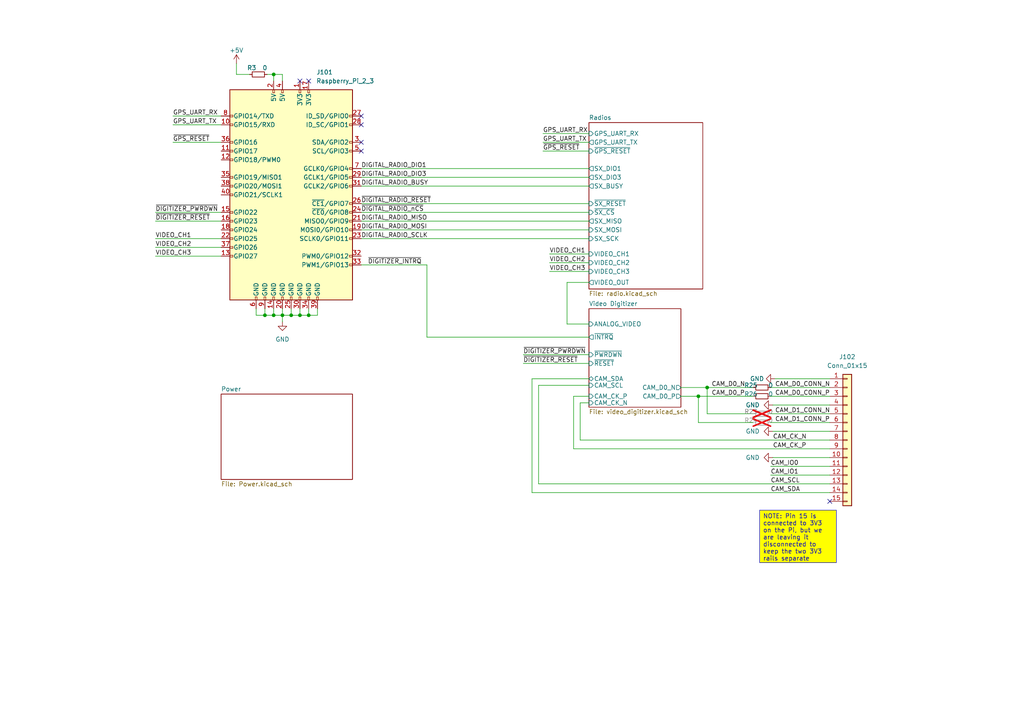
<source format=kicad_sch>
(kicad_sch (version 20230121) (generator eeschema)
  (paper "A4")
  (lib_symbols
    (symbol "Connector:Raspberry_Pi_2_3" (pin_names (offset 1.016))
      (property "Reference" "J" (at -17.78 31.75 0))
      (property "Value" "Raspberry_Pi_2_3" (at 10.16 -31.75 0))
      (symbol "Raspberry_Pi_2_3_0_1"
        (rectangle (start -17.78 30.48) (end 17.78 -30.48) (stroke (width 0.254)) (fill (type background)))
      )
      (symbol "Raspberry_Pi_2_3_1_1"
        (rectangle (start -16.891 -17.526) (end -17.78 -18.034))
        (rectangle (start -16.891 -14.986) (end -17.78 -15.494))
        (rectangle (start -16.891 -12.446) (end -17.78 -12.954))
        (rectangle (start -16.891 -9.906) (end -17.78 -10.414))
        (rectangle (start -16.891 -7.366) (end -17.78 -7.874))
        (rectangle (start -16.891 -4.826) (end -17.78 -5.334))
        (rectangle (start -16.891 0.254) (end -17.78 -0.254))
        (rectangle (start -16.891 2.794) (end -17.78 2.286))
        (rectangle (start -16.891 5.334) (end -17.78 4.826))
        (rectangle (start -16.891 10.414) (end -17.78 9.906))
        (rectangle (start -16.891 12.954) (end -17.78 12.446))
        (rectangle (start -16.891 15.494) (end -17.78 14.986))
        (rectangle (start -16.891 20.574) (end -17.78 20.066))
        (rectangle (start -16.891 23.114) (end -17.78 22.606))
        (rectangle (start -10.414 -29.591) (end -9.906 -30.48))
        (rectangle (start -7.874 -29.591) (end -7.366 -30.48))
        (rectangle (start -5.334 -29.591) (end -4.826 -30.48))
        (rectangle (start -5.334 30.48) (end -4.826 29.591))
        (rectangle (start -2.794 -29.591) (end -2.286 -30.48))
        (rectangle (start -2.794 30.48) (end -2.286 29.591))
        (rectangle (start -0.254 -29.591) (end 0.254 -30.48))
        (rectangle (start 2.286 -29.591) (end 2.794 -30.48))
        (rectangle (start 2.286 30.48) (end 2.794 29.591))
        (rectangle (start 4.826 -29.591) (end 5.334 -30.48))
        (rectangle (start 4.826 30.48) (end 5.334 29.591))
        (rectangle (start 7.366 -29.591) (end 7.874 -30.48))
        (rectangle (start 17.78 -20.066) (end 16.891 -20.574))
        (rectangle (start 17.78 -17.526) (end 16.891 -18.034))
        (rectangle (start 17.78 -12.446) (end 16.891 -12.954))
        (rectangle (start 17.78 -9.906) (end 16.891 -10.414))
        (rectangle (start 17.78 -7.366) (end 16.891 -7.874))
        (rectangle (start 17.78 -4.826) (end 16.891 -5.334))
        (rectangle (start 17.78 -2.286) (end 16.891 -2.794))
        (rectangle (start 17.78 2.794) (end 16.891 2.286))
        (rectangle (start 17.78 5.334) (end 16.891 4.826))
        (rectangle (start 17.78 7.874) (end 16.891 7.366))
        (rectangle (start 17.78 12.954) (end 16.891 12.446))
        (rectangle (start 17.78 15.494) (end 16.891 14.986))
        (rectangle (start 17.78 20.574) (end 16.891 20.066))
        (rectangle (start 17.78 23.114) (end 16.891 22.606))
        (pin power_in line (at 2.54 33.02 270) (length 2.54) (name "3V3") (number "1"))
        (pin bidirectional line (at -20.32 20.32 0) (length 2.54) (name "GPIO15/RXD") (number "10"))
        (pin bidirectional line (at -20.32 12.7 0) (length 2.54) (name "GPIO17") (number "11"))
        (pin bidirectional line (at -20.32 10.16 0) (length 2.54) (name "GPIO18/PWM0") (number "12"))
        (pin bidirectional line (at -20.32 -17.78 0) (length 2.54) (name "GPIO27") (number "13"))
        (pin power_in line (at -5.08 -33.02 90) (length 2.54) (name "GND") (number "14"))
        (pin bidirectional line (at -20.32 -5.08 0) (length 2.54) (name "GPIO22") (number "15"))
        (pin bidirectional line (at -20.32 -7.62 0) (length 2.54) (name "GPIO23") (number "16"))
        (pin power_in line (at 5.08 33.02 270) (length 2.54) (name "3V3") (number "17"))
        (pin bidirectional line (at -20.32 -10.16 0) (length 2.54) (name "GPIO24") (number "18"))
        (pin bidirectional line (at 20.32 -10.16 180) (length 2.54) (name "MOSI0/GPIO10") (number "19"))
        (pin power_in line (at -5.08 33.02 270) (length 2.54) (name "5V") (number "2"))
        (pin power_in line (at -2.54 -33.02 90) (length 2.54) (name "GND") (number "20"))
        (pin bidirectional line (at 20.32 -7.62 180) (length 2.54) (name "MISO0/GPIO9") (number "21"))
        (pin bidirectional line (at -20.32 -12.7 0) (length 2.54) (name "GPIO25") (number "22"))
        (pin bidirectional line (at 20.32 -12.7 180) (length 2.54) (name "SCLK0/GPIO11") (number "23"))
        (pin bidirectional line (at 20.32 -5.08 180) (length 2.54) (name "~{CE0}/GPIO8") (number "24"))
        (pin power_in line (at 0 -33.02 90) (length 2.54) (name "GND") (number "25"))
        (pin bidirectional line (at 20.32 -2.54 180) (length 2.54) (name "~{CE1}/GPIO7") (number "26"))
        (pin bidirectional line (at 20.32 22.86 180) (length 2.54) (name "ID_SD/GPIO0") (number "27"))
        (pin bidirectional line (at 20.32 20.32 180) (length 2.54) (name "ID_SC/GPIO1") (number "28"))
        (pin bidirectional line (at 20.32 5.08 180) (length 2.54) (name "GCLK1/GPIO5") (number "29"))
        (pin bidirectional line (at 20.32 15.24 180) (length 2.54) (name "SDA/GPIO2") (number "3"))
        (pin power_in line (at 2.54 -33.02 90) (length 2.54) (name "GND") (number "30"))
        (pin bidirectional line (at 20.32 2.54 180) (length 2.54) (name "GCLK2/GPIO6") (number "31"))
        (pin bidirectional line (at 20.32 -17.78 180) (length 2.54) (name "PWM0/GPIO12") (number "32"))
        (pin bidirectional line (at 20.32 -20.32 180) (length 2.54) (name "PWM1/GPIO13") (number "33"))
        (pin power_in line (at 5.08 -33.02 90) (length 2.54) (name "GND") (number "34"))
        (pin bidirectional line (at -20.32 5.08 0) (length 2.54) (name "GPIO19/MISO1") (number "35"))
        (pin bidirectional line (at -20.32 15.24 0) (length 2.54) (name "GPIO16") (number "36"))
        (pin bidirectional line (at -20.32 -15.24 0) (length 2.54) (name "GPIO26") (number "37"))
        (pin bidirectional line (at -20.32 2.54 0) (length 2.54) (name "GPIO20/MOSI1") (number "38"))
        (pin power_in line (at 7.62 -33.02 90) (length 2.54) (name "GND") (number "39"))
        (pin power_in line (at -2.54 33.02 270) (length 2.54) (name "5V") (number "4"))
        (pin bidirectional line (at -20.32 0 0) (length 2.54) (name "GPIO21/SCLK1") (number "40"))
        (pin bidirectional line (at 20.32 12.7 180) (length 2.54) (name "SCL/GPIO3") (number "5"))
        (pin power_in line (at -10.16 -33.02 90) (length 2.54) (name "GND") (number "6"))
        (pin bidirectional line (at 20.32 7.62 180) (length 2.54) (name "GCLK0/GPIO4") (number "7"))
        (pin bidirectional line (at -20.32 22.86 0) (length 2.54) (name "GPIO14/TXD") (number "8"))
        (pin power_in line (at -7.62 -33.02 90) (length 2.54) (name "GND") (number "9"))
      )
    )
    (symbol "Connector_Generic:Conn_01x15" (pin_names (offset 1.016) hide)
      (property "Reference" "J" (at 0 20.32 0))
      (property "Value" "Conn_01x15" (at 0 -20.32 0))
      (symbol "Conn_01x15_1_1"
        (rectangle (start -1.27 -17.653) (end 0 -17.907) (stroke (width 0.1524)))
        (rectangle (start -1.27 -15.113) (end 0 -15.367) (stroke (width 0.1524)))
        (rectangle (start -1.27 -12.573) (end 0 -12.827) (stroke (width 0.1524)))
        (rectangle (start -1.27 -10.033) (end 0 -10.287) (stroke (width 0.1524)))
        (rectangle (start -1.27 -7.493) (end 0 -7.747) (stroke (width 0.1524)))
        (rectangle (start -1.27 -4.953) (end 0 -5.207) (stroke (width 0.1524)))
        (rectangle (start -1.27 -2.413) (end 0 -2.667) (stroke (width 0.1524)))
        (rectangle (start -1.27 0.127) (end 0 -0.127) (stroke (width 0.1524)))
        (rectangle (start -1.27 2.667) (end 0 2.413) (stroke (width 0.1524)))
        (rectangle (start -1.27 5.207) (end 0 4.953) (stroke (width 0.1524)))
        (rectangle (start -1.27 7.747) (end 0 7.493) (stroke (width 0.1524)))
        (rectangle (start -1.27 10.287) (end 0 10.033) (stroke (width 0.1524)))
        (rectangle (start -1.27 12.827) (end 0 12.573) (stroke (width 0.1524)))
        (rectangle (start -1.27 15.367) (end 0 15.113) (stroke (width 0.1524)))
        (rectangle (start -1.27 17.907) (end 0 17.653) (stroke (width 0.1524)))
        (rectangle (start -1.27 19.05) (end 1.27 -19.05) (stroke (width 0.254)) (fill (type background)))
        (pin passive line (at -5.08 17.78 0) (length 3.81) (name "Pin_1") (number "1"))
        (pin passive line (at -5.08 -5.08 0) (length 3.81) (name "Pin_10") (number "10"))
        (pin passive line (at -5.08 -7.62 0) (length 3.81) (name "Pin_11") (number "11"))
        (pin passive line (at -5.08 -10.16 0) (length 3.81) (name "Pin_12") (number "12"))
        (pin passive line (at -5.08 -12.7 0) (length 3.81) (name "Pin_13") (number "13"))
        (pin passive line (at -5.08 -15.24 0) (length 3.81) (name "Pin_14") (number "14"))
        (pin passive line (at -5.08 -17.78 0) (length 3.81) (name "Pin_15") (number "15"))
        (pin passive line (at -5.08 15.24 0) (length 3.81) (name "Pin_2") (number "2"))
        (pin passive line (at -5.08 12.7 0) (length 3.81) (name "Pin_3") (number "3"))
        (pin passive line (at -5.08 10.16 0) (length 3.81) (name "Pin_4") (number "4"))
        (pin passive line (at -5.08 7.62 0) (length 3.81) (name "Pin_5") (number "5"))
        (pin passive line (at -5.08 5.08 0) (length 3.81) (name "Pin_6") (number "6"))
        (pin passive line (at -5.08 2.54 0) (length 3.81) (name "Pin_7") (number "7"))
        (pin passive line (at -5.08 0 0) (length 3.81) (name "Pin_8") (number "8"))
        (pin passive line (at -5.08 -2.54 0) (length 3.81) (name "Pin_9") (number "9"))
      )
    )
    (symbol "Device:R_Small" (pin_numbers hide) (pin_names (offset 0.254) hide)
      (property "Reference" "R" (at 0.762 0.508 0))
      (property "Value" "R_Small" (at 0.762 -1.016 0))
      (symbol "R_Small_0_1"
        (rectangle (start -0.762 1.778) (end 0.762 -1.778) (stroke (width 0.2032)))
      )
      (symbol "R_Small_1_1"
        (pin passive line (at 0 2.54 270) (length 0.762) (name "~") (number "1"))
        (pin passive line (at 0 -2.54 90) (length 0.762) (name "~") (number "2"))
      )
    )
    (symbol "power:+5V" (power) (pin_names (offset 0))
      (property "Value" "+5V" (at 0 3.556 0))
      (symbol "+5V_0_1"
        (polyline (pts (xy -0.762 1.27) (xy 0 2.54)))
        (polyline (pts (xy 0 0) (xy 0 2.54)))
        (polyline (pts (xy 0 2.54) (xy 0.762 1.27)))
      )
      (symbol "+5V_1_1"
        (pin power_in line (at 0 0 90) (length 0) hide (name "+5V") (number "1"))
      )
    )
    (symbol "power:GND" (power) (pin_names (offset 0))
      (property "Value" "GND" (at 0 -3.81 0))
      (symbol "GND_0_1"
        (polyline (pts (xy 0 0) (xy 0 -1.27) (xy 1.27 -1.27) (xy 0 -2.54) (xy -1.27 -1.27) (xy 0 -1.27)))
      )
      (symbol "GND_1_1"
        (pin power_in line (at 0 0 270) (length 0) hide (name "GND") (number "1"))
      )
    )
  )
  (junction (at 79.375 91.44))
  (junction (at 205.105 112.395))
  (junction (at 202.565 114.935))
  (junction (at 84.455 91.44))
  (junction (at 79.375 21.59))
  (junction (at 81.915 91.44))
  (junction (at 76.835 91.44))
  (junction (at 89.535 91.44))
  (junction (at 86.995 91.44))
  (no_connect (at 104.775 43.815))
  (no_connect (at 89.535 23.495))
  (no_connect (at 104.775 41.275))
  (no_connect (at 86.995 23.495))
  (no_connect (at 240.665 145.415))
  (no_connect (at 104.775 33.655))
  (no_connect (at 104.775 36.195))
  (wire (pts (xy 86.995 91.44) (xy 84.455 91.44)))
  (wire (pts (xy 223.52 135.255) (xy 240.665 135.255)))
  (wire (pts (xy 79.375 21.59) (xy 77.47 21.59)))
  (wire (pts (xy 240.665 117.475) (xy 224.155 117.475)))
  (wire (pts (xy 45.085 64.135) (xy 64.135 64.135)))
  (wire (pts (xy 45.085 74.295) (xy 64.135 74.295)))
  (wire (pts (xy 76.835 89.535) (xy 76.835 91.44)))
  (wire (pts (xy 92.075 89.535) (xy 92.075 91.44)))
  (wire (pts (xy 104.775 51.435) (xy 170.815 51.435)))
  (wire (pts (xy 223.52 114.935) (xy 240.665 114.935)))
  (wire (pts (xy 45.085 69.215) (xy 64.135 69.215)))
  (wire (pts (xy 240.665 122.555) (xy 223.52 122.555)))
  (wire (pts (xy 104.775 59.055) (xy 170.815 59.055)))
  (wire (pts (xy 205.105 112.395) (xy 218.44 112.395)))
  (wire (pts (xy 166.37 130.175) (xy 240.665 130.175)))
  (wire (pts (xy 79.375 91.44) (xy 81.915 91.44)))
  (wire (pts (xy 104.775 61.595) (xy 170.815 61.595)))
  (wire (pts (xy 50.165 41.275) (xy 64.135 41.275)))
  (wire (pts (xy 157.48 38.735) (xy 170.815 38.735)))
  (wire (pts (xy 123.825 97.79) (xy 123.825 76.835)))
  (wire (pts (xy 197.485 112.395) (xy 205.105 112.395)))
  (wire (pts (xy 92.075 91.44) (xy 89.535 91.44)))
  (wire (pts (xy 81.915 91.44) (xy 81.915 93.345)))
  (wire (pts (xy 81.915 89.535) (xy 81.915 91.44)))
  (wire (pts (xy 159.385 78.74) (xy 170.815 78.74)))
  (wire (pts (xy 170.815 111.76) (xy 156.21 111.76)))
  (wire (pts (xy 164.465 93.98) (xy 170.815 93.98)))
  (wire (pts (xy 205.105 120.015) (xy 218.44 120.015)))
  (wire (pts (xy 79.375 23.495) (xy 79.375 21.59)))
  (wire (pts (xy 45.085 71.755) (xy 64.135 71.755)))
  (wire (pts (xy 45.085 61.595) (xy 64.135 61.595)))
  (wire (pts (xy 104.775 53.975) (xy 170.815 53.975)))
  (wire (pts (xy 202.565 114.935) (xy 218.44 114.935)))
  (wire (pts (xy 240.665 132.715) (xy 224.155 132.715)))
  (wire (pts (xy 202.565 122.555) (xy 218.44 122.555)))
  (wire (pts (xy 76.835 91.44) (xy 79.375 91.44)))
  (wire (pts (xy 223.52 137.795) (xy 240.665 137.795)))
  (wire (pts (xy 79.375 89.535) (xy 79.375 91.44)))
  (wire (pts (xy 240.665 120.015) (xy 223.52 120.015)))
  (wire (pts (xy 157.48 43.815) (xy 170.815 43.815)))
  (wire (pts (xy 197.485 114.935) (xy 202.565 114.935)))
  (wire (pts (xy 170.815 114.935) (xy 166.37 114.935)))
  (wire (pts (xy 84.455 89.535) (xy 84.455 91.44)))
  (wire (pts (xy 74.295 91.44) (xy 76.835 91.44)))
  (wire (pts (xy 224.79 109.855) (xy 240.665 109.855)))
  (wire (pts (xy 151.765 105.41) (xy 170.815 105.41)))
  (wire (pts (xy 84.455 91.44) (xy 81.915 91.44)))
  (wire (pts (xy 159.385 76.2) (xy 170.815 76.2)))
  (wire (pts (xy 104.775 66.675) (xy 170.815 66.675)))
  (wire (pts (xy 104.775 76.835) (xy 123.825 76.835)))
  (wire (pts (xy 164.465 81.915) (xy 164.465 93.98)))
  (wire (pts (xy 156.21 111.76) (xy 156.21 140.335)))
  (wire (pts (xy 170.815 109.855) (xy 154.305 109.855)))
  (wire (pts (xy 166.37 114.935) (xy 166.37 130.175)))
  (wire (pts (xy 50.165 33.655) (xy 64.135 33.655)))
  (wire (pts (xy 89.535 91.44) (xy 86.995 91.44)))
  (wire (pts (xy 104.775 64.135) (xy 170.815 64.135)))
  (wire (pts (xy 68.58 21.59) (xy 68.58 18.415)))
  (wire (pts (xy 240.665 125.095) (xy 224.155 125.095)))
  (wire (pts (xy 154.305 142.875) (xy 240.665 142.875)))
  (wire (pts (xy 168.275 116.84) (xy 168.275 127.635)))
  (wire (pts (xy 202.565 122.555) (xy 202.565 114.935)))
  (wire (pts (xy 50.165 36.195) (xy 64.135 36.195)))
  (wire (pts (xy 223.52 112.395) (xy 240.665 112.395)))
  (wire (pts (xy 156.21 140.335) (xy 240.665 140.335)))
  (wire (pts (xy 72.39 21.59) (xy 68.58 21.59)))
  (wire (pts (xy 168.275 127.635) (xy 240.665 127.635)))
  (wire (pts (xy 157.48 41.275) (xy 170.815 41.275)))
  (wire (pts (xy 205.105 120.015) (xy 205.105 112.395)))
  (wire (pts (xy 86.995 89.535) (xy 86.995 91.44)))
  (wire (pts (xy 74.295 89.535) (xy 74.295 91.44)))
  (wire (pts (xy 170.815 81.915) (xy 164.465 81.915)))
  (wire (pts (xy 159.385 73.66) (xy 170.815 73.66)))
  (wire (pts (xy 154.305 109.855) (xy 154.305 142.875)))
  (wire (pts (xy 170.815 116.84) (xy 168.275 116.84)))
  (wire (pts (xy 81.915 21.59) (xy 79.375 21.59)))
  (wire (pts (xy 170.815 97.79) (xy 123.825 97.79)))
  (wire (pts (xy 104.775 48.895) (xy 170.815 48.895)))
  (wire (pts (xy 151.765 102.87) (xy 170.815 102.87)))
  (wire (pts (xy 81.915 23.495) (xy 81.915 21.59)))
  (wire (pts (xy 104.775 69.215) (xy 170.815 69.215)))
  (wire (pts (xy 89.535 89.535) (xy 89.535 91.44)))
  (text_box "NOTE: Pin 15 is connected to 3V3 on the Pi, but we are leaving it disconnected to keep the two 3V3 rails separate" (at 220.345 147.955 0) (size 22.225 15.24) (fill (type color) (color 255 255 0 1)) (effects (font (size 1.27 1.27)) (justify left top)))
  (label "CAM_D0_N" (at 206.375 112.395 0))
  (label "VIDEO_CH3" (at 45.085 74.295 0))
  (label "~{DIGITIZER_PWRDWN}" (at 151.765 102.87 0))
  (label "DIGITAL_RADIO_MOSI" (at 104.775 66.675 0))
  (label "CAM_CK_N" (at 224.155 127.635 0))
  (label "VIDEO_CH2" (at 45.085 71.755 0))
  (label "~{DIGITIZER_RESET}" (at 45.085 64.135 0))
  (label "CAM_D0_CONN_P" (at 224.79 114.935 0))
  (label "GPS_UART_RX" (at 50.165 33.655 0))
  (label "DIGITAL_RADIO_DIO1" (at 104.775 48.895 0))
  (label "VIDEO_CH2" (at 159.385 76.2 0))
  (label "VIDEO_CH3" (at 159.385 78.74 0))
  (label "DIGITAL_RADIO_MISO" (at 104.775 64.135 0))
  (label "VIDEO_CH1" (at 45.085 69.215 0))
  (label "GPS_UART_TX" (at 50.165 36.195 0))
  (label "~{DIGITAL_RADIO_nCS}" (at 104.775 61.595 0))
  (label "CAM_IO0" (at 223.52 135.255 0))
  (label "CAM_IO1" (at 223.52 137.795 0))
  (label "GPS_UART_RX" (at 157.48 38.735 0))
  (label "VIDEO_CH1" (at 159.385 73.66 0))
  (label "DIGITAL_RADIO_SCLK" (at 104.775 69.215 0))
  (label "~{DIGITIZER_PWRDWN}" (at 45.085 61.595 0))
  (label "CAM_D0_CONN_N" (at 224.79 112.395 0))
  (label "CAM_SCL" (at 223.52 140.335 0))
  (label "CAM_D0_P" (at 206.375 114.935 0))
  (label "~{GPS_RESET}" (at 157.48 43.815 0))
  (label "CAM_D1_CONN_N" (at 224.79 120.015 0))
  (label "~{DIGITIZER_INTRQ}" (at 106.68 76.835 0))
  (label "CAM_CK_P" (at 224.155 130.175 0))
  (label "CAM_D1_CONN_P" (at 224.79 122.555 0))
  (label "~{DIGITAL_RADIO_RESET}" (at 104.775 59.055 0))
  (label "DIGITAL_RADIO_BUSY" (at 104.775 53.975 0))
  (label "~{GPS_RESET}" (at 50.165 41.275 0))
  (label "CAM_SDA" (at 223.52 142.875 0))
  (label "~{DIGITIZER_RESET}" (at 151.765 105.41 0))
  (label "GPS_UART_TX" (at 157.48 41.275 0))
  (label "DIGITAL_RADIO_DIO3" (at 104.775 51.435 0))
  (symbol (lib_id "Device:R_Small") (at 220.98 122.555 90) (unit 1) (dnp yes)
    (property "Reference" "R24" (at 217.805 121.92 90))
    (property "Value" "0" (at 223.52 121.92 90))
    (property "Footprint" "Resistor_SMD:R_0402_1005Metric" (effects hide))
  )
  (symbol (lib_id "Device:R_Small") (at 220.98 112.395 90) (unit 1)
    (property "Reference" "R25" (at 217.805 111.76 90))
    (property "Value" "0" (at 223.52 111.76 90))
    (property "Footprint" "Resistor_SMD:R_0402_1005Metric" (effects hide))
  )
  (symbol (lib_id "power:+5V") (at 68.58 18.415 0) (unit 1)
    (property "Reference" "#PWR0102" (effects hide))
    (property "Value" "+5V" (at 68.58 14.605 0))
  )
  (symbol (lib_id "Device:R_Small") (at 220.98 114.935 90) (unit 1)
    (property "Reference" "R26" (at 217.805 114.3 90))
    (property "Value" "0" (at 223.52 114.3 90))
    (property "Footprint" "Resistor_SMD:R_0402_1005Metric" (effects hide))
  )
  (symbol (lib_id "Connector_Generic:Conn_01x15") (at 245.745 127.635 0) (unit 1)
    (property "Reference" "J102" (at 245.745 103.505 0))
    (property "Value" "Conn_01x15" (at 245.745 106.045 0))
    (property "Footprint" "capstone:FFC3A20-15-G" (effects hide))
    (property "Datasheet" "https://gct.co/files/drawings/ffc3a20.pdf" (effects hide))
    (property "Part No." "FFC3A20-15-G" (effects hide))
  )
  (symbol (lib_id "power:GND") (at 81.915 93.345 0) (unit 1)
    (property "Reference" "#PWR0103" (effects hide))
    (property "Value" "GND" (at 81.915 98.425 0))
  )
  (symbol (lib_id "power:GND") (at 224.155 132.715 270) (mirror x) (unit 1)
    (property "Reference" "#PWR0105" (effects hide))
    (property "Value" "GND" (at 220.345 132.715 90) (effects (justify right)))
  )
  (symbol (lib_id "Device:R_Small") (at 74.93 21.59 90) (unit 1)
    (property "Reference" "R3" (at 73.025 19.685 90))
    (property "Value" "0" (at 76.835 19.685 90))
    (property "Footprint" "Resistor_SMD:R_1206_3216Metric" (effects hide))
  )
  (symbol (lib_id "Connector:Raspberry_Pi_2_3") (at 84.455 56.515 0) (unit 1)
    (property "Reference" "J101" (at 91.7291 20.955 0) (effects (justify left)))
    (property "Value" "Raspberry_Pi_2_3" (at 91.7291 23.495 0) (effects (justify left)))
    (property "Footprint" "Connector_PinHeader_2.54mm:PinHeader_2x20_P2.54mm_Vertical" (effects hide))
    (property "Datasheet" "https://www.raspberrypi.org/documentation/hardware/raspberrypi/schematics/rpi_SCH_3bplus_1p0_reduced.pdf" (effects hide))
  )
  (symbol (lib_id "power:GND") (at 224.79 109.855 270) (unit 1)
    (property "Reference" "#PWR0108" (effects hide))
    (property "Value" "GND" (at 221.615 109.855 90) (effects (justify right)))
  )
  (symbol (lib_id "power:GND") (at 224.155 125.095 270) (mirror x) (unit 1)
    (property "Reference" "#PWR0106" (effects hide))
    (property "Value" "GND" (at 220.345 125.095 90) (effects (justify right)))
  )
  (symbol (lib_id "power:GND") (at 224.155 117.475 270) (mirror x) (unit 1)
    (property "Reference" "#PWR0107" (effects hide))
    (property "Value" "GND" (at 220.345 117.475 90) (effects (justify right)))
  )
  (symbol (lib_id "Device:R_Small") (at 220.98 120.015 90) (unit 1) (dnp yes)
    (property "Reference" "R23" (at 217.805 119.38 90))
    (property "Value" "0" (at 223.52 119.38 90))
    (property "Footprint" "Resistor_SMD:R_0402_1005Metric" (effects hide))
  )
  (sheet (at 170.815 89.535) (size 26.67 28.575) (stroke (width 0.1524))
    (property "Sheetname" "Video Digitizer" (at 170.815 88.8234 0) (effects (justify left bottom)))
    (property "Sheetfile" "video_digitizer.kicad_sch" (at 170.815 118.6946 0) (effects (justify left top)))
    (pin "CAM_D0_P" output (at 197.485 114.935 0))
    (pin "CAM_D0_N" output (at 197.485 112.395 0))
    (pin "CAM_CK_P" input (at 170.815 114.935 180))
    (pin "CAM_CK_N" input (at 170.815 116.84 180))
    (pin "CAM_SCL" input (at 170.815 111.76 180))
    (pin "CAM_SDA" bidirectional (at 170.815 109.855 180))
    (pin "ANALOG_VIDEO" input (at 170.815 93.98 180))
    (pin "~{INTRQ}" output (at 170.815 97.79 180))
    (pin "~{PWRDWN}" input (at 170.815 102.87 180))
    (pin "~{RESET}" input (at 170.815 105.41 180))
  )
  (sheet (at 170.815 35.56) (size 33.02 48.26) (stroke (width 0.1524))
    (property "Sheetname" "Radios" (at 170.815 34.8484 0) (effects (justify left bottom)))
    (property "Sheetfile" "radio.kicad_sch" (at 170.815 84.4046 0) (effects (justify left top)))
    (pin "VIDEO_CH1" input (at 170.815 73.66 180))
    (pin "VIDEO_CH3" input (at 170.815 78.74 180))
    (pin "VIDEO_CH2" input (at 170.815 76.2 180))
    (pin "VIDEO_OUT" output (at 170.815 81.915 180))
    (pin "~{GPS_RESET}" input (at 170.815 43.815 180))
    (pin "GPS_UART_RX" input (at 170.815 38.735 180))
    (pin "GPS_UART_TX" output (at 170.815 41.275 180))
    (pin "SX_DIO3" output (at 170.815 51.435 180))
    (pin "SX_DIO1" output (at 170.815 48.895 180))
    (pin "SX_MOSI" input (at 170.815 66.675 180))
    (pin "~{SX_RESET}" input (at 170.815 59.055 180))
    (pin "SX_BUSY" output (at 170.815 53.975 180))
    (pin "SX_SCK" input (at 170.815 69.215 180))
    (pin "~{SX_CS}" input (at 170.815 61.595 180))
    (pin "SX_MISO" output (at 170.815 64.135 180))
  )
  (sheet (at 64.135 114.3) (size 38.1 24.765) (stroke (width 0.1524))
    (property "Sheetname" "Power" (at 64.135 113.5884 0) (effects (justify left bottom)))
    (property "Sheetfile" "Power.kicad_sch" (at 64.135 139.6496 0) (effects (justify left top)))
  )
)
</source>
